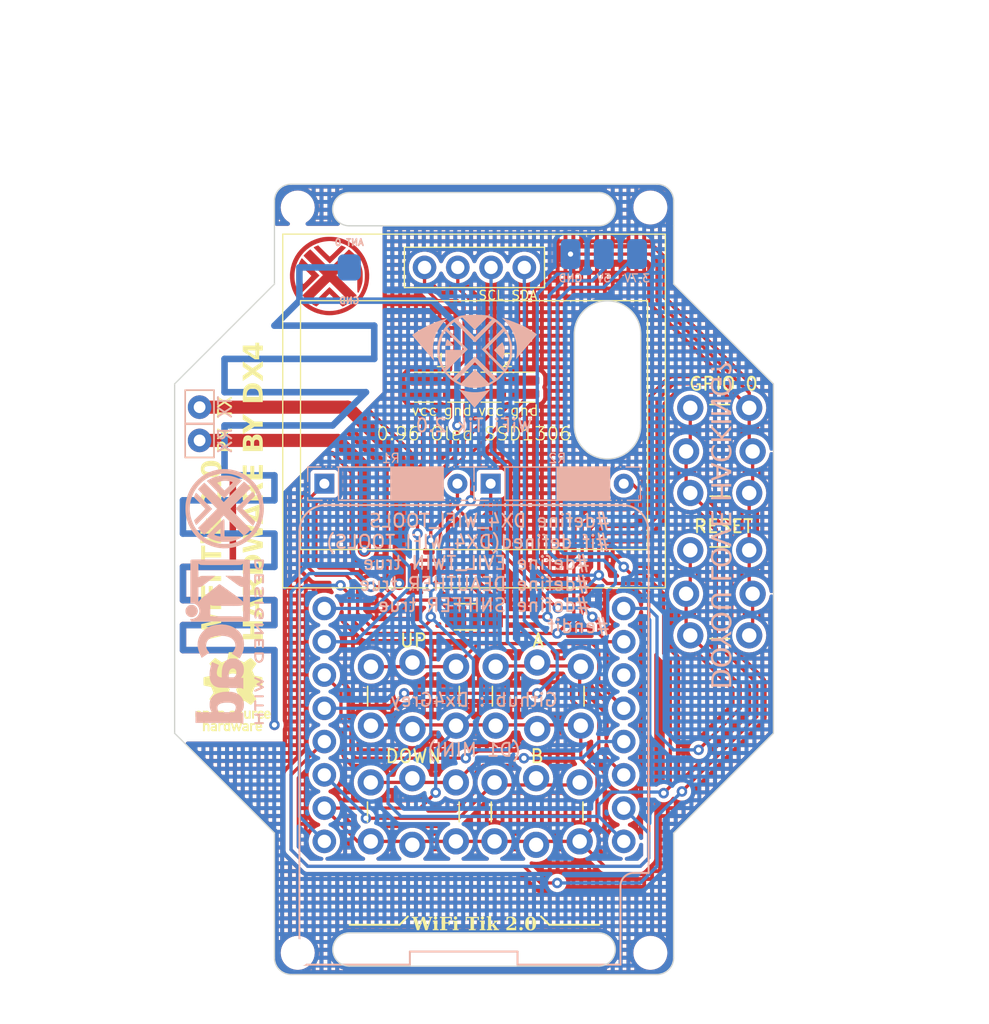
<source format=kicad_pcb>
(kicad_pcb (version 20221018) (generator pcbnew)
  (layers (0 "F.Cu" signal) (31 "B.Cu" signal) (34 "B.Paste" user) (35 "F.Paste" user) (36 "B.SilkS" user "B.Silkscreen") (37 "F.SilkS" user "F.Silkscreen") (38 "B.Mask" user) (39 "F.Mask" user) (44 "Edge.Cuts" user))
  (net 0 "")
  (net 1 "/GND")
  (net 2 "/VCC")
  (net 3 "/SCL")
  (net 4 "/SDA")
  (net 5 "/5V5")
  (net 6 "/UP")
  (net 7 "/A")
  (net 8 "/DOWN")
  (net 9 "/B")
  (net 10 "/BATLEVEL")
  (net 11 "/TX")
  (net 12 "/RX")
  (net 13 "/LED")
  (net 14 "/2")
  (net 15 "/1")
  (net 16 "/GPIO0")
  (net 17 "/RESET")
  (footprint "LED_SMD:LED_Cree-XQ_HandSoldering" (layer "F.Cu") (at 152.37 102.855)
    (fp_text reference "LED" hide)
    (fp_text value "LED_Cree-XQ_HandSoldering" hide)
  )
  (footprint "Symbol:OSHW-Logo_5.7x6mm_SilkScreen" (layer "F.Cu") (at 133.955 108.57)
    (fp_text reference "REF**" hide)
    (fp_text value "OSHW-Logo_5.7x6mm_SilkScreen" hide)
  )
  (footprint "WiFiTools:oled" (layer "F.Cu") (at 152.37 81.265)
    (fp_text reference "0.96 Oled SSD1306")
    (fp_text value "oled" hide)
  )
  (footprint "WiFiTools:SW_PUSH_6mm" (layer "F.Cu") (at 144.485 115.5)
    (fp_text reference "DOWN")
    (fp_text value "SW_PUSH_6mm")
  )
  (footprint "WiFiTools:OLED_CONNECTORS" (layer "F.Cu") (at 152.4 87.107)
    (fp_text reference "display socket" hide)
    (fp_text value "OLED_CONNECTORS")
  )
  (footprint "WiFiTools:logo" (layer "F.Cu") (at 141.335 76.835)
    (fp_text reference "G***" hide)
    (fp_text value "LOGO" hide)
  )
  (footprint "WiFiTools:SW_PUSH_6mm" (layer "F.Cu") (at 153.935 115.5)
    (fp_text reference "B")
    (fp_text value "SW_PUSH_6mm")
  )
  (footprint "MountingHole:MountingHole_2.1mm" (layer "F.Cu") (at 138.908 128.509)
    (fp_text reference "HOLE" hide)
    (fp_text value "MountingHole_2.1mm")
  )
  (footprint "MountingHole:MountingHole_2.1mm" (layer "F.Cu") (at 138.908 71.613)
    (fp_text reference "HOLE" hide)
    (fp_text value "MountingHole_2.1mm")
  )
  (footprint "MountingHole:MountingHole_2.1mm" (layer "F.Cu") (at 165.832 128.509)
    (fp_text reference "HOLE" hide)
    (fp_text value "MountingHole_2.1mm")
  )
  (footprint "WiFiTools:SW_PUSH_6mm" (layer "F.Cu") (at 168.88 93.405 90)
    (fp_text reference "GPIO 0")
    (fp_text value "SW_PUSH_6mm")
  )
  (footprint "WiFiTools:SW_PUSH_6mm" (layer "F.Cu") (at 154.021 106.665)
    (fp_text reference "A")
    (fp_text value "SW_PUSH_6mm")
  )
  (footprint "MountingHole:MountingHole_2.1mm" (layer "F.Cu") (at 165.832 71.613)
    (fp_text reference "HOLE" hide)
    (fp_text value "MountingHole_2.1mm")
  )
  (footprint "WiFiTools:SW_PUSH_6mm" (layer "F.Cu") (at 144.496 106.665)
    (fp_text reference "UP")
    (fp_text value "SW_PUSH_6mm")
  )
  (footprint "WiFiTools:SW_PUSH_6mm" (layer "F.Cu") (at 168.88 104.275 90)
    (fp_text reference "RESET")
    (fp_text value "SW_PUSH_6mm")
  )
  (footprint "Connector_Pin:Pin_D0.9mm_L10.0mm_W2.4mm_FlatFork" (layer "B.Cu") (at 131.415 89.393 -90)
    (fp_text reference "RX")
    (fp_text value "Pin_D0.9mm_L10.0mm_W2.4mm_FlatFork" hide)
  )
  (footprint "WiFiTools:Resistor" (layer "B.Cu") (at 158.72 92.695 180)
    (fp_text reference "R2")
    (fp_text value "Resistor")
  )
  (footprint "Connector_Pin:Pin_D0.9mm_L10.0mm_W2.4mm_FlatFork" (layer "B.Cu") (at 131.415 86.853 -90)
    (fp_text reference "TX")
    (fp_text value "Pin_D0.9mm_L10.0mm_W2.4mm_FlatFork" hide)
  )
  (footprint "Connector_Wire:SolderWirePad_1x01_SMD_1x2mm" (layer "B.Cu") (at 142.845 76.185 180)
    (fp_text reference "ANT 0")
    (fp_text value "SolderWirePad_1x01_SMD_1x2mm")
  )
  (footprint "WiFiTools:Power 5V" (layer "B.Cu") (at 161.006 74.169 180)
    (fp_text reference "Battery" hide)
    (fp_text value "Power 5V")
  )
  (footprint "WiFiTools:tools" (layer "B.Cu") (at 152.37 83.17 180)
    (fp_text reference "")
    (fp_text value "LOGO" hide)
  )
  (footprint "WiFiTools:logo" (layer "B.Cu") (at 133.32 94.6 -90)
    (fp_text reference "G***" hide)
    (fp_text value "LOGO" hide)
  )
  (footprint "WiFiTools:wemos-d1-mini-connectors-only" (layer "B.Cu") (at 152.37 111.11 90)
    (fp_text reference "(D1 MINI)")
    (fp_text value "Wemos-D1-mini" hide)
  )
  (footprint "WiFiTools:Resistor" (layer "B.Cu") (at 146.02 92.695 180)
    (fp_text reference "R1")
    (fp_text value "Resistor")
  )
  (footprint "Symbol:KiCad-Logo2_5mm_SilkScreen" (layer "B.Cu") (at 133.32 104.76 -90)
    (fp_text reference "REF**" hide)
    (fp_text value "KiCad-Logo2_5mm_SilkScreen" hide)
  )
  (gr_line (start 142.875 126.365) (end 146.685 126.365) (stroke (width 0.15)) (layer "F.SilkS"))
  (gr_line (start 146.685 126.365) (end 147.32 125.73) (stroke (width 0.15)) (layer "F.SilkS"))
  (gr_line (start 158.115 126.365) (end 157.48 125.73) (stroke (width 0.15)) (layer "F.SilkS"))
  (gr_line (start 161.925 126.365) (end 158.115 126.365) (stroke (width 0.15)) (layer "F.SilkS"))
  (gr_arc (start 138.4 130.16) (mid 137.501974 129.788026) (end 137.13 128.89) (stroke (width 0.1)) (layer "Edge.Cuts"))
  (gr_line (start 138.4 69.835) (end 166.34 69.835) (stroke (width 0.1)) (layer "Edge.Cuts"))
  (gr_line (start 175.23 85.075) (end 175.23 111.745) (stroke (width 0.1)) (layer "Edge.Cuts"))
  (gr_line (start 165.1 88.265) (end 165.1 81.28) (stroke (width 0.1)) (layer "Edge.Cuts"))
  (gr_line (start 175.23 111.745) (end 167.61 119.365) (stroke (width 0.1)) (layer "Edge.Cuts"))
  (gr_line (start 129.51 111.745) (end 137.13 119.365) (stroke (width 0.1)) (layer "Edge.Cuts"))
  (gr_line (start 167.61 77.455) (end 175.23 85.075) (stroke (width 0.1)) (layer "Edge.Cuts"))
  (gr_line (start 142.845 126.985) (end 161.895 126.985) (stroke (width 0.1)) (layer "Edge.Cuts"))
  (gr_arc (start 142.845 129.525) (mid 141.575 128.255) (end 142.845 126.985) (stroke (width 0.1)) (layer "Edge.Cuts"))
  (gr_line (start 129.51 85.075) (end 129.51 111.745) (stroke (width 0.1)) (layer "Edge.Cuts"))
  (gr_line (start 166.34 130.16) (end 138.4 130.16) (stroke (width 0.1)) (layer "Edge.Cuts"))
  (gr_line (start 137.13 77.455) (end 129.51 85.075) (stroke (width 0.1)) (layer "Edge.Cuts"))
  (gr_line (start 142.845 73.01) (end 161.895 73.01) (stroke (width 0.1)) (layer "Edge.Cuts"))
  (gr_line (start 167.61 119.365) (end 167.61 128.89) (stroke (width 0.1)) (layer "Edge.Cuts"))
  (gr_arc (start 166.34 69.835) (mid 167.238026 70.206974) (end 167.61 71.105) (stroke (width 0.1)) (layer "Edge.Cuts"))
  (gr_arc (start 165.1 88.265) (mid 162.56 90.805) (end 160.02 88.265) (stroke (width 0.1)) (layer "Edge.Cuts"))
  (gr_line (start 160.02 81.28) (end 160.02 88.265) (stroke (width 0.1)) (layer "Edge.Cuts"))
  (gr_arc (start 142.845 73.01) (mid 141.575 71.74) (end 142.845 70.47) (stroke (width 0.1)) (layer "Edge.Cuts"))
  (gr_arc (start 160.02 81.28) (mid 162.56 78.74) (end 165.1 81.28) (stroke (width 0.1)) (layer "Edge.Cuts"))
  (gr_arc (start 161.895 70.47) (mid 163.165 71.74) (end 161.895 73.01) (stroke (width 0.1)) (layer "Edge.Cuts"))
  (gr_arc (start 167.61 128.89) (mid 167.238026 129.788026) (end 166.34 130.16) (stroke (width 0.1)) (layer "Edge.Cuts"))
  (gr_arc (start 161.895 126.985) (mid 163.165 128.255) (end 161.895 129.525) (stroke (width 0.1)) (layer "Edge.Cuts"))
  (gr_line (start 167.61 71.105) (end 167.61 73.01) (stroke (width 0.1)) (layer "Edge.Cuts"))
  (gr_arc (start 137.13 71.105) (mid 137.501974 70.206974) (end 138.4 69.835) (stroke (width 0.1)) (layer "Edge.Cuts"))
  (gr_line (start 142.845 70.47) (end 161.895 70.47) (stroke (width 0.1)) (layer "Edge.Cuts"))
  (gr_line (start 137.13 71.105) (end 137.13 77.455) (stroke (width 0.1)) (layer "Edge.Cuts"))
  (gr_line (start 137.13 119.365) (end 137.13 128.89) (stroke (width 0.1)) (layer "Edge.Cuts"))
  (gr_line (start 167.61 73.01) (end 167.61 77.455) (stroke (width 0.1)) (layer "Edge.Cuts"))
  (gr_line (start 142.845 129.525) (end 161.895 129.525) (stroke (width 0.1)) (layer "Edge.Cuts"))
  (gr_text "#define DX4_WIFI_TOOLS\n#if defined(DX4_WIFI_TOOLS)\n  #define EVIL_TWIN true\n  #define DEAUTHER true\n  #define SNIFFER true\n#endif" (at 162.784 99.553) (layer "B.SilkS") (effects (font (size 1 1)) (justify left mirror)))
  (gr_text "Github : Dx4Grey" (at 152.37 109.205) (layer "B.SilkS") (effects (font (size 1 1)) (justify mirror)))
  (gr_text "GND" (at 142.845 78.725) (layer "B.SilkS") (effects (font (size 0.5 0.5) (thickness 0.125) bold) (justify mirror)))
  (gr_text "DOYOU LOVE HACKING?" (at 171.1025 95.87 -90) (layer "B.SilkS") (effects (font (size 1.5 1.5)) (justify mirror)))
  (gr_text "WiFi Tik 2.0" (at 152.37 88.25) (layer "B.SilkS") (effects (font (size 1 1)) (justify mirror)))
  (gr_text "WiFi Tik 2.0" (at 133.32 104.76 90) (layer "F.SilkS") (effects (font (size 1.5 1.5) (thickness 0.3) bold) (justify left bottom)))
  (gr_text "HARDWARE BY DX4" (at 136.495 104.76 90) (layer "F.SilkS") (effects (font (size 1.5 1.5) (thickness 0.3) bold) (justify left bottom)))
  (gr_text "WiFi Tik 2.0" (at 152.4 126.365) (layer "F.SilkS") (effects (font (size 1 1) (thickness 0.25) bold)))
  (segment (start 173.38 86.905) (end 173.38 89.9675) (width 0.25) (layer "F.Cu") (net 1))
  (segment (start 165.705 121.27) (end 165.07 121.905) (width 0.25) (layer "F.Cu") (net 1))
  (segment (start 133.955 99.045) (end 133.955 92.06) (width 0.5) (layer "F.Cu") (net 1))
  (segment (start 166.34 95.235) (end 166.34 86.345) (width 0.25) (layer "F.Cu") (net 1))
  (segment (start 137.13 101.585) (end 130.145 101.585) (width 0.5) (layer "F.Cu") (net 1))
  (segment (start 144.496 103.617) (end 148.56 103.617) (width 0.25) (layer "F.Cu") (net 1))
  (segment (start 173.6425 101.1) (end 173.6425 104.0125) (width 0.25) (layer "F.Cu") (net 1))
  (segment (start 143.48 100.569) (end 143.48 102.601) (width 0.25) (layer "F.Cu") (net 1))
  (segment (start 165.705 120.080016) (end 165.705 100.95) (width 0.25) (layer "F.Cu") (net 1))
  (segment (start 149.576 100.061) (end 152.624 100.061) (width 0.25) (layer "F.Cu") (net 1))
  (segment (start 160.435 120) (end 162.34 121.905) (width 0.25) (layer "F.Cu") (net 1))
  (segment (start 160.435 120) (end 161.76 118.675) (width 0.25) (layer "F.Cu") (net 1))
  (segment (start 173.6425 93.1425) (end 173.38 93.405) (width 0.25) (layer "F.Cu") (net 1))
  (segment (start 173.38 89.9675) (end 173.6425 90.23) (width 0.25) (layer "F.Cu") (net 1))
  (segment (start 152.187 93.894) (end 152.116 93.965) (width 0.25) (layer "F.Cu") (net 1))
  (segment (start 144.485 120) (end 150.985 120) (width 0.25) (layer "F.Cu") (net 1))
  (segment (start 149.068 103.109) (end 149.068 102.855) (width 0.25) (layer "F.Cu") (net 1))
  (segment (start 165.832 75.169) (end 166.34 75.677) (width 0.25) (layer "F.Cu") (net 1))
  (segment (start 151.13 85.837) (end 151.13 88.22) (width 0.25) (layer "F.Cu") (net 1))
  (segment (start 153.7675 101.2045) (end 153.7675 102.855) (width 0.25) (layer "F.Cu") (net 1))
  (segment (start 173.38 97.775) (end 173.38 100.8375) (width 0.25) (layer "F.Cu") (net 1))
  (segment (start 161.895 99.680002) (end 161.895 97.14) (width 0.25) (layer "F.Cu") (net 1))
  (segment (start 160.521 111.11) (end 147.66 111.11) (width 0.25) (layer "F.Cu") (net 1))
  (segment (start 173.38 100.8375) (end 173.6425 101.1) (width 0.25) (layer "F.Cu") (net 1))
  (segment (start 162.53 96.505) (end 165.07 96.505) (width 0.25) (layer "F.Cu") (net 1))
  (segment (start 151.13 88.22) (end 151.1 88.25) (width 0.25) (layer "F.Cu") (net 1))
  (segment (start 165.07 100.315) (end 162.529998 100.315) (width 0.25) (layer "F.Cu") (net 1))
  (segment (start 173.38 85.765) (end 173.38 86.905) (width 0.25) (layer "F.Cu") (net 1))
  (segment (start 152.624 100.061) (end 153.7675 101.2045) (width 0.25) (layer "F.Cu") (net 1))
  (segment (start 165.705 100.95) (end 165.07 100.315) (width 0.25) (layer "F.Cu") (net 1))
  (segment (start 140.305 99.68) (end 142.591 99.68) (width 0.25) (layer "F.Cu") (net 1))
  (segment (start 140.94 92.695) (end 139.67 93.965) (width 0.25) (layer "F.Cu") (net 1))
  (segment (start 151.1 90.409) (end 151.1 88.25) (width 0.25) (layer "F.Cu") (net 1))
  (segment (start 162.529998 100.315) (end 161.895 99.680002) (width 0.25) (layer "F.Cu") (net 1))
  (segment (start 142.591 99.68) (end 143.48 100.569) (width 0.25) (layer "F.Cu") (net 1))
  (segment (start 159.736 75.169) (end 165.832 75.169) (width 0.25) (layer "F.Cu") (net 1))
  (segment (start 152.187 90.338) (end 152.187 93.894) (width 0.25) (layer "F.Cu") (net 1))
  (segment (start 130.145 103.49) (end 137.13 103.49) (width 0.5) (layer "F.Cu") (net 1))
  (segment (start 130.145 101.585) (end 130.145 99.045) (width 0.5) (layer "F.Cu") (net 1))
  (segment (start 143.48 120) (end 144.485 120) (width 0.25) (layer "F.Cu") (net 1))
  (segment (start 161.895 97.14) (end 162.53 96.505) (width 0.25) (layer "F.Cu") (net 1))
  (segment (start 148.254864 117.46) (end 149.439864 116.275) (width 0.25) (layer "F.Cu") (net 1))
  (segment (start 162.34 121.905) (end 165.07 121.905) (width 0.25) (layer "F.Cu") (net 1))
  (segment (start 160.521 113.712167) (end 160.521 111.11) (width 0.25) (layer "F.Cu") (net 1))
  (segment (start 165.07 96.505) (end 166.34 95.235) (width 0.25) (layer "F.Cu") (net 1))
  (segment (start 173.6425 90.23) (end 173.6425 93.1425) (width 0.25) (layer "F.Cu") (net 1))
  (segment (start 139.67 93.965) (end 139.67 99.045) (width 0.25) (layer "F.Cu") (net 1))
  (segment (start 140.94 117.46) (end 143.48 120) (width 0.25) (layer "F.Cu") (net 1))
  (segment (start 137.13 111.11) (end 137.13 105.395) (width 0.5) (layer "F.Cu") (net 1))
  (segment (start 173.6425 104.0125) (end 173.38 104.275) (width 0.25) (layer "F.Cu") (net 1))
  (segment (start 161.76 114.951167) (end 160.521 113.712167) (width 0.25) (layer "F.Cu") (net 1))
  (segment (start 137.13 103.49) (end 137.13 101.585) (width 0.5) (layer "F.Cu") (net 1))
  (segment (start 139.67 99.045) (end 140.305 99.68) (width 0.25) (layer "F.Cu") (net 1))
  (segment (start 153.7675 102.855) (end 157.971 102.855) (width 0.25) (layer "F.Cu") (net 1))
  (segment (start 171.55 85.075) (end 173.38 86.905) (width 0.25) (layer "F.Cu") (net 1))
  (segment (start 173.38 93.405) (end 173.38 97.775) (width 0.25) (layer "F.Cu") (net 1))
  (segment (start 149.068 92.441) (end 151.1 90.409) (width 0.25) (layer "F.Cu") (net 1))
  (segment (start 150.985 120) (end 153.935 120) (width 0.25) (layer "F.Cu") (net 1))
  (segment (start 166.34 86.345) (end 167.61 85.075) (width 0.25) (layer "F.Cu") (net 1))
  (segment (start 130.145 99.045) (end 133.955 99.045) (width 0.5) (layer "F.Cu") (net 1))
  (segment (start 167.61 85.075) (end 171.55 85.075) (width 0.25) (layer "F.Cu") (net 1))
  (segment (start 149.068 100.569) (end 149.576 100.061) (width 0.25) (layer "F.Cu") (net 1))
  (segment (start 130.145 105.395) (end 130.145 103.49) (width 0.5) (layer "F.Cu") (net 1))
  (segment (start 137.13 105.395) (end 130.145 105.395) (width 0.5) (layer "F.Cu") (net 1))
  (segment (start 153.935 120) (end 158.085 120) (width 0.25) (layer "F.Cu") (net 1))
  (segment (start 161.76 118.675) (end 161.76 114.951167) (width 0.25) (layer "F.Cu") (net 1))
  (segment (start 143.48 102.601) (end 144.496 103.617) (width 0.25) (layer "F.Cu") (net 1))
  (segment (start 156.21 85.837) (end 156.21 86.315) (width 0.25) (layer "F.Cu") (net 1))
  (segment (start 166.34 78.725) (end 173.38 85.765) (width 0.25) (layer "F.Cu") (net 1))
  (segment (start 158.085 120) (end 160.435 120) (width 0.25) (layer "F.Cu") (net 1))
  (segment (start 165.705 120.080016) (end 165.705 121.27) (width 0.25) (layer "F.Cu") (net 1))
  (segment (start 156.21 86.315) (end 152.187 90.338) (width 0.25) (layer "F.Cu") (net 1))
  (segment (start 148.56 103.617) (end 149.068 103.109) (width 0.25) (layer "F.Cu") (net 1))
  (segment (start 166.34 75.677) (end 166.34 78.725) (width 0.25) (layer "F.Cu") (net 1))
  (segment (start 149.068 97.013) (end 149.068 92.441) (width 0.25) (layer "F.Cu") (net 1))
  (segment (start 144.485 111.11) (end 146.805907 111.11) (width 0.25) (layer "F.Cu") (net 1))
  (segment (start 140.94 117.46) (end 148.254864 117.46) (width 0.25) (layer "F.Cu") (net 1))
  (via (at 149.068 97.013) (size 0.8) (drill 0.4) (layers "F.Cu" "B.Cu") (net 1))
  (via (at 151.1 88.25) (size 0.8) (drill 0.4) (layers "F.Cu" "B.Cu") (net 1))
  (via (at 149.439864 116.275) (size 0.8) (drill 0.4) (layers "F.Cu" "B.Cu") (net 1))
  (via (at 157.971 102.855) (size 0.8) (drill 0.4) (layers "F.Cu" "B.Cu") (net 1))
  (via (at 149.068 100.569) (size 0.8) (drill 0.4) (layers "F.Cu" "B.Cu") (net 1))
  (via (at 137.13 111.11) (size 0.8) (drill 0.4) (layers "F.Cu" "B.Cu") (net 1))
  (via (at 152.116 93.965) (size 0.8) (drill 0.4) (layers "F.Cu" "B.Cu") (net 1))
  (via (at 149.068 102.855) (size 0.8) (drill 0.4) (layers "F.Cu" "B.Cu") (net 1))
  (via (at 159.736 75.169) (size 0.8) (drill 0.4) (layers "F.Cu" "B.Cu") (net 1))
  (via (at 161.895 99.680002) (size 0.8) (drill 0.4) (layers "F.Cu" "B.Cu") (net 1))
  (segment (start 160.625002 100.95) (end 158.085 100.95) (width 0.25) (layer "B.Cu") (net 1))
  (segment (start 144.115 85.71) (end 141.575 88.25) (width 0.5) (layer "B.Cu") (net 1))
  (segment (start 157.196 78.217) (end 157.196 85.837) (width 0.25) (layer "B.Cu") (net 1))
  (segment (start 137.13 96.505) (end 137.13 99.045) (width 0.5) (layer "B.Cu") (net 1))
  (segment (start 137.13 93.965) (end 130.145 93.965) (width 0.5) (layer "B.Cu") (net 1))
  (segment (start 137.13 80.63) (end 144.75 80.63) (width 0.5) (layer "B.Cu") (net 1))
  (segment (start 144.75 80.63) (end 144.75 83.17) (width 0.5) (layer "B.Cu") (net 1))
  (segment (start 161.895 99.680002) (end 160.625002 100.95) (width 0.25) (layer "B.Cu") (net 1))
  (segment (start 158.085 100.95) (end 157.971 101.064) (width 0.25) (layer "B.Cu") (net 1))
  (segment (start 139.035 76.185) (end 142.845 76.185) (width 0.5) (layer "B.Cu") (net 1))
  (segment (start 130.145 96.505) (end 137.13 96.505) (width 0.5) (layer "B.Cu") (net 1))
  (segment (start 137.13 101.585) (end 137.13 103.49) (width 0.5) (layer "B.Cu") (net 1))
  (segment (start 152.321 106.116167) (end 149.068 102.863167) (width 0.25) (layer "B.Cu") (net 1))
  (segment (start 149.195 78.725) (end 139.035 78.725) (width 0.5) (layer "B.Cu") (net 1))
  (segment (start 141.575 88.25) (end 133.32 88.25) (width 0.5) (layer "B.Cu") (net 1))
  (segment (start 159.736 75.169) (end 159.736 76.693) (width 0.25) (layer "B.Cu") (net 1))
  (segment (start 149.439864 113.025532) (end 152.321 110.144396) (width 0.25) (layer "B.Cu") (net 1))
  (segment (start 157.971 101.064) (end 157.971 102.855) (width 0.25) (layer "B.Cu") (net 1))
  (segment (start 157.196 98.537) (end 158.339 99.68) (width 0.25) (layer "B.Cu") (net 1))
  (segment (start 158.72 76.693) (end 157.196 78.217) (width 0.25) (layer "B.Cu") (net 1))
  (segment (start 133.32 83.17) (end 133.32 85.71) (width 0.5) (layer "B.Cu") (net 1))
  (segment (start 149.068 102.863167) (end 149.068 97.013) (width 0.25) (layer "B.Cu") (net 1))
  (segment (start 159.736 76.693) (end 158.72 76.693) (width 0.25) (layer "B.Cu") (net 1))
  (segment (start 157.196 85.837) (end 157.196 98.537) (width 0.25) (layer "B.Cu") (net 1))
  (segment (start 139.035 78.725) (end 137.13 80.63) (width 0.5) (layer "B.Cu") (net 1))
  (segment (start 133.32 88.25) (end 133.32 92.06) (width 0.5) (layer "B.Cu") (net 1))
  (segment (start 139.035 78.725) (end 139.035 76.185) (width 0.5) (layer "B.Cu") (net 1))
  (segment (start 130.145 105.395) (end 137.13 105.395) (width 0.5) (layer "B.Cu") (net 1))
  (segment (start 151.1 88.25) (end 151.1 80.63) (width 0.5) (layer "B.Cu") (net 1))
  (segment (start 158.339 99.68) (end 161.895 99.68) (width 0.25) (layer "B.Cu") (net 1))
  (segment (start 137.13 105.395) (end 137.13 111.11) (width 0.5) (layer "B.Cu") (net 1))
  (segment (start 133.32 85.71) (end 144.115 85.71) (width 0.5) (layer "B.Cu") (net 1))
  (segment (start 130.145 93.965) (end 130.145 96.505) (width 0.5) (layer "B.Cu") (net 1))
  (segment (start 149.068 97.013) (end 152.116 93.965) (width 0.25) (layer "B.Cu") (net 1))
  (segment (start 133.32 83.17) (end 144.75 83.17) (width 0.5) (layer "B.Cu") (net 1))
  (segment (start 130.145 103.49) (end 130.145 105.395) (width 0.5) (layer "B.Cu") (net 1))
  (segment (start 137.13 99.045) (end 130.145 99.045) (width 0.5) (layer "B.Cu") (net 1))
  (segment (start 137.13 103.49) (end 130.145 103.49) (width 0.5) (layer "B.Cu") (net 1))
  (segment (start 133.32 92.06) (end 137.13 92.06) (width 0.5) (layer "B.Cu") (net 1))
  (segment (start 151.1 80.63) (end 149.195 78.725) (width 0.5) (layer "B.Cu") (net 1))
  (segment (start 130.145 99.045) (end 130.145 101.585) (width 0.5) (layer "B.Cu") (net 1))
  (segment (start 149.439864 116.275) (end 149.439864 113.025532) (width 0.25) (layer "B.Cu") (net 1))
  (segment (start 130.145 101.585) (end 137.13 101.585) (width 0.5) (layer "B.Cu") (net 1))
  (segment (start 152.321 110.144396) (end 152.321 106.116167) (width 0.25) (layer "B.Cu") (net 1))
  (segment (start 149.068 102.855) (end 149.068 100.569) (width 0.25) (layer "B.Cu") (net 1))
  (segment (start 137.13 92.06) (end 137.13 93.965) (width 0.5) (layer "B.Cu") (net 1))
  (segment (start 148.052 98.537) (end 149.793 98.537) (width 0.25) (layer "F.Cu") (net 2))
  (segment (start 165.324 99.553) (end 166.848 101.077) (width 0.25) (layer "F.Cu") (net 2))
  (segment (start 166.848 105.649) (end 167.356 106.157) (width 0.25) (layer "F.Cu") (net 2))
  (segment (start 148.052 96.505) (end 148.052 98.537) (width 0.25) (layer "F.Cu") (net 2))
  (segment (start 149.068 87.473) (end 148.59 86.995) (width 0.25) (layer "F.Cu") (net 2))
  (segment (start 153.67 87.331) (end 153.67 85.837) (width 0.25) (layer "F.Cu") (net 2))
  (segment (start 148.59 86.995) (end 148.59 85.837) (width 0.25) (layer "F.Cu") (net 2))
  (segment (start 164.308 99.553) (end 165.324 99.553) (width 0.25) (layer "F.Cu") (net 2))
  (segment (start 167.356 115.809) (end 166.848 116.317) (width 0.25) (layer "F.Cu") (net 2))
  (segment (start 151.608 89.393) (end 153.67 87.331) (width 0.25) (layer "F.Cu") (net 2))
  (segment (start 163.8 99.045) (end 164.308 99.553) (width 0.25) (layer "F.Cu") (net 2))
  (segment (start 166.848 101.077) (end 166.848 105.649) (width 0.25) (layer "F.Cu") (net 2))
  (segment (start 149.793 98.537) (end 149.793 92.464749) (width 0.25) (layer "F.Cu") (net 2))
  (segment (start 151.608 90.649749) (end 151.608 89.393) (width 0.25) (layer "F.Cu") (net 2))
  (segment (start 149.793 92.464749) (end 151.608 90.649749) (width 0.25) (layer "F.Cu") (net 2))
  (segment (start 167.356 106.157) (end 167.356 115.809) (width 0.25) (layer "F.Cu") (net 2))
  (segment (start 149.068 91.425) (end 149.068 87.473) (width 0.25) (layer "F.Cu") (net 2))
  (segment (start 148.052 92.441) (end 149.068 91.425) (width 0.25) (layer "F.Cu") (net 2))
  (segment (start 148.052 96.505) (end 148.052 92.441) (width 0.25) (layer "F.Cu") (net 2))
  (via (at 166.848 116.317) (size 0.8) (drill 0.4) (layers "F.Cu" "B.Cu") (net 2))
  (via (at 163.8 99.045) (size 0.8) (drill 0.4) (layers "F.Cu" "B.Cu") (net 2))
  (via (at 148.052 96.505) (size 0.8) (drill 0.4) (layers "F.Cu" "B.Cu") (net 2))
  (segment (start 159.228 98.029) (end 162.784 98.029) (width 0.25) (layer "B.Cu") (net 2))
  (segment (start 148.219833 112.7525) (end 148.0605 112.7525) (width 0.25) (layer "B.Cu") (net 2))
  (segment (start 145.81 117.123) (end 146.782 118.095) (width 0.25) (layer "B.Cu") (net 2))
  (segment (start 162.866 116.235) (end 166.766 116.235) (width 0.25) (layer "B.Cu") (net 2))
  (segment (start 161.895 118.095) (end 161.895 117.206) (width 0.25) (layer "B.Cu") (net 2))
  (segment (start 158.72 97.521) (end 159.228 98.029) (width 0.25) (layer "B.Cu") (net 2))
  (segment (start 145.81 115.003) (end 145.81 117.123) (width 0.25) (layer "B.Cu") (net 2))
  (segment (start 148.293 99.286) (end 148.293 103.176016) (width 0.25) (layer "B.Cu") (net 2))
  (segment (start 148.0605 112.7525) (end 145.81 115.003) (width 0.25) (layer "B.Cu") (net 2))
  (segment (start 149.068 111.904333) (end 148.219833 112.7525) (width 0.25) (layer "B.Cu") (net 2))
  (segment (start 164.816 75.169) (end 162.276 77.709) (width 0.25) (layer "B.Cu") (net 2))
  (segment (start 146.782 118.095) (end 161.895 118.095) (width 0.25) (layer "B.Cu") (net 2))
  (segment (start 161.895 117.206) (end 162.866 116.235) (width 0.25) (layer "B.Cu") (net 2))
  (segment (start 158.72 78.725) (end 158.72 97.521) (width 0.25) (layer "B.Cu") (net 2))
  (segment (start 159.736 77.709) (end 158.72 78.725) (width 0.25) (layer "B.Cu") (net 2))
  (segment (start 149.068 103.951016) (end 149.068 111.904333) (width 0.25) (layer "B.Cu") (net 2))
  (segment (start 148.293 103.176016) (end 149.068 103.951016) (width 0.25) (layer "B.Cu") (net 2))
  (segment (start 162.784 98.029) (end 163.8 99.045) (width 0.25) (layer "B.Cu") (net 2))
  (segment (start 148.052 99.045) (end 148.293 99.286) (width 0.25) (layer "B.Cu") (net 2))
  (segment (start 148.052 99.045) (end 148.052 96.505) (width 0.25) (layer "B.Cu") (net 2))
  (segment (start 162.276 77.709) (end 159.736 77.709) (width 0.25) (layer "B.Cu") (net 2))
  (segment (start 161.895 118.095) (end 163.8 120) (width 0.25) (layer "B.Cu") (net 2))
  (segment (start 166.766 116.235) (end 166.848 116.317) (width 0.25) (layer "B.Cu") (net 2))
  (segment (start 142.21 110.752833) (end 142.21 108.57) (width 0.25) (layer "F.Cu") (net 3))
  (segment (start 142.972 111.514833) (end 142.21 110.752833) (width 0.25) (layer "F.Cu") (net 3))
  (segment (start 143.353 113.65) (end 142.972 113.269) (width 0.25) (layer "F.Cu") (net 3))
  (segment (start 142.972 113.269) (end 142.972 111.514833) (width 0.25) (layer "F.Cu") (net 3))
  (segment (start 151.735 113.65) (end 143.353 113.65) (width 0.25) (layer "F.Cu") (net 3))
  (segment (start 142.21 108.57) (end 140.94 107.3) (width 0.25) (layer "F.Cu") (net 3))
  (via (at 151.735 113.65) (size 0.8) (drill 0.4) (layers "F.Cu" "B.Cu") (net 3))
  (segment (start 153.67 76.185) (end 153.67 90.185) (width 0.25) (layer "B.Cu") (net 3))
  (segment (start 154.91 104.76) (end 155.545 105.395) (width 0.25) (layer "B.Cu") (net 3))
  (segment (start 154.91 113.015) (end 152.37 113.015) (width 0.25) (layer "B.Cu") (net 3))
  (segment (start 152.37 113.015) (end 151.735 113.65) (width 0.25) (layer "B.Cu") (net 3))
  (segment (start 154.91 91.425) (end 154.91 104.76) (width 0.25) (layer "B.Cu") (net 3))
  (segment (start 155.545 112.38) (end 154.91 113.015) (width 0.25) (layer "B.Cu") (net 3))
  (segment (start 155.545 105.395) (end 155.545 112.38) (width 0.25) (layer "B.Cu") (net 3))
  (segment (start 153.67 90.185) (end 154.91 91.425) (width 0.25) (layer "B.Cu") (net 3))
  (segment (start 157.196 108.697) (end 147.036 108.697) (width 0.25) (layer "F.Cu") (net 4))
  (via (at 147.036 108.697) (size 0.8) (drill 0.4) (layers "F.Cu" "B.Cu") (net 4))
  (via (at 157.196 108.697) (size 0.8) (drill 0.4) (layers "F.Cu" "B.Cu") (net 4))
  (segment (start 140.94 109.84) (end 145.893 109.84) (width 0.25) (layer "B.Cu") (net 4))
  (segment (start 156.21 76.185) (end 156.21 103.139) (width 0.25) (layer "B.Cu") (net 4))
  (segment (start 156.21 103.139) (end 158.72 105.649) (width 0.25) (layer "B.Cu") (net 4))
  (segment (start 145.893 109.84) (end 147.036 108.697) (width 0.25) (layer "B.Cu") (net 4))
  (segment (start 158.72 107.173) (end 157.196 108.697) (width 0.25) (layer "B.Cu") (net 4))
  (segment (start 158.72 105.649) (end 158.72 107.173) (width 0.25) (layer "B.Cu") (net 4))
  (segment (start 159.99 102.854988) (end 159.99 99.045) (width 0.25) (layer "F.Cu") (net 5))
  (segment (start 160.625 95.87) (end 161.26 95.235) (width 0.25) (layer "F.Cu") (net 5))
  (segment (start 142.845 101.130008) (end 142.169992 100.455) (width 0.25) (layer "F.Cu") (net 5))
  (segment (start 158.72 104.124988) (end 144.114988 104.124988) (width 0.25) (layer "F.Cu") (net 5))
  (segment (start 142.845 102.855) (end 142.845 101.130008) (width 0.25) (layer "F.Cu") (net 5))
  (segment (start 165.07 93.33) (end 164.435 92.695) (width 0.25) (layer "F.Cu") (net 5))
  (segment (start 159.99 99.045) (end 160.625 98.41) (width 0.25) (layer "F.Cu") (net 5))
  (segment (start 164.435 92.695) (end 163.8 92.695) (width 0.25) (layer "F.Cu") (net 5))
  (segment (start 160.625 98.41) (end 160.625 95.87) (width 0.25) (layer "F.Cu") (net 5))
  (segment (start 144.114988 104.124988) (end 142.845 102.855) (width 0.25) (layer "F.Cu") (net 5))
  (segment (start 165.07 94.6) (end 165.07 93.33) (width 0.25) (layer "F.Cu") (net 5))
  (segment (start 164.435 95.235) (end 165.07 94.6) (width 0.25) (layer "F.Cu") (net 5))
  (segment (start 158.72 104.124988) (end 159.99 102.854988) (width 0.25) (layer "F.Cu") (net 5))
  (segment (start 161.26 95.235) (end 164.435 95.235) (width 0.25) (layer "F.Cu") (net 5))
  (via (at 158.72 104.124988) (size 0.8) (drill 0.4) (layers "F.Cu" "B.Cu") (net 5))
  (via (at 142.169992 100.455) (size 0.8) (drill 0.4) (layers "F.Cu" "B.Cu") (net 5))
  (segment (start 162.575 103.445) (end 162.575 100.905) (width 0.25) (layer "B.Cu") (net 5))
  (segment (start 158.096 78.333) (end 159.228 77.201) (width 0.25) (layer "B.Cu") (net 5))
  (segment (start 140.94 120) (end 139.035 118.095) (width 0.25) (layer "B.Cu") (net 5))
  (segment (start 139.035 118.095) (end 139.035 100.95) (width 0.25) (layer "B.Cu") (net 5))
  (segment (start 139.53 100.455) (end 142.169992 100.455) (width 0.25) (layer "B.Cu") (net 5))
  (segment (start 161.895 104.125) (end 162.575 103.445) (width 0.25) (layer "B.Cu") (net 5))
  (segment (start 162.276 98.537) (end 158.72 98.537) (width 0.25) (layer "B.Cu") (net 5))
  (segment (start 163.165 100.315) (end 163.165 99.426) (width 0.25) (layer "B.Cu") (net 5))
  (segment (start 162.276 76.312) (end 162.276 75.169) (width 0.25) (layer "B.Cu") (net 5))
  (segment (start 158.72 104.125) (end 161.895 104.125) (width 0.25) (layer "B.Cu") (net 5))
  (segment (start 163.165 99.426) (end 162.276 98.537) (width 0.25) (layer "B.Cu") (net 5))
  (segment (start 139.035 100.95) (end 139.53 100.455) (width 0.25) (layer "B.Cu") (net 5))
  (segment (start 161.387 77.201) (end 162.276 76.312) (width 0.25) (layer "B.Cu") (net 5))
  (segment (start 158.096 97.913) (end 158.096 78.333) (width 0.25) (layer "B.Cu") (net 5))
  (segment (start 158.72 98.537) (end 158.096 97.913) (width 0.25) (layer "B.Cu") (net 5))
  (segment (start 159.228 77.201) (end 161.387 77.201) (width 0.25) (layer "B.Cu") (net 5))
  (segment (start 162.575 100.905) (end 163.165 100.315) (width 0.25) (layer "B.Cu") (net 5))
  (segment (start 161.895 107.935) (end 163.8 109.84) (width 0.25) (layer "F.Cu") (net 6))
  (segment (start 161.400002 104.900002) (end 161.895 105.395) (width 0.25) (layer "F.Cu") (net 6))
  (segment (start 152.694998 104.900002) (end 161.400002 104.900002) (width 0.25) (layer "F.Cu") (net 6))
  (segment (start 144.485 106.61) (end 144.54 106.665) (width 0.25) (layer "F.Cu") (net 6))
  (segment (start 161.895 105.395) (end 161.895 107.935) (width 0.25) (layer "F.Cu") (net 6))
  (segment (start 144.54 106.665) (end 150.93 106.665) (width 0.25) (layer "F.Cu") (net 6))
  (segment (start 150.93 106.665) (end 152.694998 104.900002) (width 0.25) (layer "F.Cu") (net 6))
  (segment (start 161.895 110.475) (end 161.895 113.015) (width 0.25) (layer "F.Cu") (net 7))
  (segment (start 161.895 113.015) (end 163.8 114.92) (width 0.25) (layer "F.Cu") (net 7))
  (segment (start 160.435 109.015) (end 161.895 110.475) (width 0.25) (layer "F.Cu") (net 7))
  (segment (start 153.935 106.61) (end 160.435 106.61) (width 0.25) (layer "F.Cu") (net 7))
  (segment (start 160.435 106.61) (end 160.435 109.015) (width 0.25) (layer "F.Cu") (net 7))
  (segment (start 150.985 115.5) (end 152.835 113.65) (width 0.25) (layer "F.Cu") (net 8))
  (segment (start 144.485 115.5) (end 150.985 115.5) (width 0.25) (layer "F.Cu") (net 8))
  (segment (start 152.835 113.65) (end 153.64 113.65) (width 0.25) (layer "F.Cu") (net 8))
  (segment (start 153.64 113.65) (end 156.18 113.65) (width 0.25) (layer "F.Cu") (net 8))
  (via (at 156.18 113.65) (size 0.8) (drill 0.4) (layers "F.Cu" "B.Cu") (net 8))
  (segment (start 160.625 113.65) (end 161.895 112.38) (width 0.25) (layer "B.Cu") (net 8))
  (segment (start 156.18 113.65) (end 160.625 113.65) (width 0.25) (layer "B.Cu") (net 8))
  (segment (start 161.895 112.38) (end 163.8 112.38) (width 0.25) (layer "B.Cu") (net 8))
  (segment (start 151.2 118.235) (end 144.115 118.235) (width 0.25) (layer "F.Cu") (net 9))
  (segment (start 160.24 115.695) (end 160.435 115.5) (width 0.25) (layer "F.Cu") (net 9))
  (segment (start 153.935 115.5) (end 154.13 115.695) (width 0.25) (layer "F.Cu") (net 9))
  (segment (start 153.935 115.5) (end 151.2 118.235) (width 0.25) (layer "F.Cu") (net 9))
  (segment (start 154.13 115.695) (end 160.24 115.695) (width 0.25) (layer "F.Cu") (net 9))
  (via (at 144.115 118.235) (size 0.8) (drill 0.4) (layers "F.Cu" "B.Cu") (net 9))
  (segment (start 144.115 118.095) (end 144.115 118.235) (width 0.25) (layer "B.Cu") (net 9))
  (segment (start 140.94 114.92) (end 144.115 118.095) (width 0.25) (layer "B.Cu") (net 9))
  (segment (start 161.895 103.35) (end 161.895 104.125) (width 0.25) (layer "F.Cu") (net 10))
  (segment (start 153.64 94.6) (end 153.64 92.695) (width 0.25) (layer "F.Cu") (net 10))
  (segment (start 151.1 92.695) (end 151.1 94.6) (width 0.25) (layer "F.Cu") (net 10))
  (segment (start 162.53 104.76) (end 163.8 104.76) (width 0.25) (layer "F.Cu") (net 10))
  (segment (start 158.675993 102.175993) (end 158.771908 102.175993) (width 0.25) (layer "F.Cu") (net 10))
  (segment (start 153.64 94.6) (end 153.64 97.14) (width 0.25) (layer "F.Cu") (net 10))
  (segment (start 153.005 95.235) (end 153.64 94.6) (width 0.25) (layer "F.Cu") (net 10))
  (segment (start 161.4 102.855) (end 161.895 103.35) (width 0.25) (layer "F.Cu") (net 10))
  (segment (start 153.64 97.14) (end 158.675993 102.175993) (width 0.25) (layer "F.Cu") (net 10))
  (segment (start 161.895 104.125) (end 162.53 104.76) (width 0.25) (layer "F.Cu") (net 10))
  (segment (start 151.1 94.6) (end 151.735 95.235) (width 0.25) (layer "F.Cu") (net 10))
  (segment (start 151.735 95.235) (end 153.005 95.235) (width 0.25) (layer "F.Cu") (net 10))
  (via (at 161.4 102.855) (size 0.8) (drill 0.4) (layers "F.Cu" "B.Cu") (net 10))
  (via (at 158.771908 102.175993) (size 0.8) (drill 0.4) (layers "F.Cu" "B.Cu") (net 10))
  (segment (start 161.4 102.855) (end 160.720993 102.175993) (width 0.25) (layer "B.Cu") (net 10))
  (segment (start 160.720993 102.175993) (end 158.771908 102.175993) (width 0.25) (layer "B.Cu") (net 10))
  (segment (start 146.655 90.79) (end 146.655 100.315) (width 1) (layer "F.Cu") (net 11))
  (segment (start 142.718 86.853) (end 146.655 90.79) (width 1) (layer "F.Cu") (net 11))
  (segment (start 131.415 86.853) (end 142.718 86.853) (width 1) (layer "F.Cu") (net 11))
  (via (at 146.655 100.315) (size 0.8) (drill 0.4) (layers "F.Cu" "B.Cu") (net 11))
  (segment (start 140.94 102.22) (end 144.75 102.22) (width 0.25) (layer "B.Cu") (net 11))
  (segment (start 144.75 102.22) (end 146.655 100.315) (width 0.25) (layer "B.Cu") (net 11))
  (segment (start 141.956 89.393) (end 131.415 89.393) (width 1) (layer "F.Cu") (net 12))
  (segment (start 143.988 97.775) (end 143.988 91.425) (width 1) (layer "F.Cu") (net 12))
  (segment (start 143.988 91.425) (end 141.956 89.393) (width 1) (layer "F.Cu") (net 12))
  (via (at 143.987988 97.775) (size 0.8) (drill 0.4) (layers "F.Cu" "B.Cu") (net 12))
  (segment (start 147.43 100.636016) (end 147.43 99.045) (width 0.25) (layer "B.Cu") (net 12))
  (segment (start 147.43 99.045) (end 146.16 97.775) (width 0.25) (layer "B.Cu") (net 12))
  (segment (start 146.16 97.775) (end 143.987988 97.775) (width 0.25) (layer "B.Cu") (net 12))
  (segment (start 140.94 104.76) (end 143.306016 104.76) (width 0.25) (layer "B.Cu") (net 12))
  (segment (start 143.306016 104.76) (end 147.43 100.636016) (width 0.25) (layer "B.Cu") (net 12))
  (segment (start 145.512 100.569) (end 144.496 100.569) (width 0.25) (layer "F.Cu") (net 13))
  (segment (start 149.7025 101.585) (end 146.528 101.585) (width 0.25) (layer "F.Cu") (net 13))
  (segment (start 150.9725 102.855) (end 149.7025 101.585) (width 0.25) (layer "F.Cu") (net 13))
  (segment (start 146.528 101.585) (end 145.512 100.569) (width 0.25) (layer "F.Cu") (net 13))
  (via (at 144.496 100.569) (size 0.8) (drill 0.4) (layers "F.Cu" "B.Cu") (net 13))
  (segment (start 143.48 99.553) (end 144.496 100.569) (width 0.25) (layer "B.Cu") (net 13))
  (segment (start 142.464 99.553) (end 143.48 99.553) (width 0.25) (layer "B.Cu") (net 13))
  (segment (start 138.4 120.635) (end 139.67 121.905) (width 0.25) (layer "B.Cu") (net 13))
  (segment (start 165.07 121.905) (end 165.705 121.27) (width 0.25) (layer "B.Cu") (net 13))
  (segment (start 138.4 100.95) (end 138.4 120.635) (width 0.25) (layer "B.Cu") (net 13))
  (segment (start 139.797 99.553) (end 138.4 100.95) (width 0.25) (layer "B.Cu") (net 13))
  (segment (start 165.705 121.27) (end 165.705 119.365) (width 0.25) (layer "B.Cu") (net 13))
  (segment (start 165.705 119.365) (end 163.8 117.46) (width 0.25) (layer "B.Cu") (net 13))
  (segment (start 139.67 121.905) (end 165.07 121.905) (width 0.25) (layer "B.Cu") (net 13))
  (segment (start 142.464 99.553) (end 139.797 99.553) (width 0.25) (layer "B.Cu") (net 13))
  (segment (start 151.13 77.739) (end 152.116 78.725) (width 0.25) (layer "F.Cu") (net 14))
  (segment (start 152.116 78.725) (end 152.116 83.267) (width 0.25) (layer "F.Cu") (net 14))
  (segment (start 151.13 76.185) (end 151.13 77.739) (width 0.25) (layer "F.Cu") (net 14))
  (segment (start 153.67 84.821) (end 156.21 84.821) (width 0.25) (layer "F.Cu") (net 14))
  (segment (start 152.116 83.267) (end 153.67 84.821) (width 0.25) (layer "F.Cu") (net 14))
  (segment (start 151.13 84.821) (end 148.59 84.821) (width 0.25) (layer "F.Cu") (net 15))
  (segment (start 148.59 76.185) (end 148.59 77.739) (width 0.25) (layer "F.Cu") (net 15))
  (segment (start 151.608 83.342) (end 151.13 83.82) (width 0.25) (layer "F.Cu") (net 15))
  (segment (start 148.59 77.739) (end 149.576 78.725) (width 0.25) (layer "F.Cu") (net 15))
  (segment (start 151.1 78.725) (end 151.608 79.233) (width 0.25) (layer "F.Cu") (net 15))
  (segment (start 149.576 78.725) (end 151.1 78.725) (width 0.25) (layer "F.Cu") (net 15))
  (segment (start 151.13 83.82) (end 151.13 84.821) (width 0.25) (layer "F.Cu") (net 15))
  (segment (start 151.608 79.233) (end 151.608 83.342) (width 0.25) (layer "F.Cu") (net 15))
  (segment (start 171.42 95.945) (end 171.42 105.395) (width 0.25) (layer "F.Cu") (net 16))
  (segment (start 158.72 123.175) (end 157.45 123.175) (width 0.25) (layer "F.Cu") (net 16))
  (segment (start 168.88 93.405) (end 171.42 95.945) (width 0.25) (layer "F.Cu") (net 16))
  (segment (start 168.88 89.9125) (end 168.5625 90.23) (width 0.25) (layer "F.Cu") (net 16))
  (segment (start 173.96 107.935) (end 173.96 110.475) (width 0.25) (layer "F.Cu") (net 16))
  (segment (start 139.67 121.905) (end 138.4 120.635) (width 0.25) (layer "F.Cu") (net 16))
  (segment (start 157.45 123.175) (end 156.18 121.905) (width 0.25) (layer "F.Cu") (net 16))
  (segment (start 173.96 110.475) (end 168.245006 116.189994) (width 0.25) (layer "F.Cu") (net 16))
  (segment (start 168.5625 93.0875) (end 168.88 93.405) (width 0.25) (layer "F.Cu") (net 16))
  (segment (start 168.5625 90.23) (end 168.5625 93.0875) (width 0.25) (layer "F.Cu") (net 16))
  (segment (start 168.88 86.905) (end 168.88 89.9125) (width 0.25) (layer "F.Cu") (net 16))
  (segment (start 156.18 121.905) (end 139.67 121.905) (width 0.25) (layer "F.Cu") (net 16))
  (segment (start 171.42 105.395) (end 173.96 107.935) (width 0.25) (layer "F.Cu") (net 16))
  (segment (start 138.4 120.635) (end 138.4 114.92) (width 0.25) (layer "F.Cu") (net 16))
  (segment (start 138.4 114.92) (end 140.94 112.38) (width 0.25) (layer "F.Cu") (net 16))
  (via (at 168.245006 116.189994) (size 0.8) (drill 0.4) (layers "F.Cu" "B.Cu") (net 16))
  (via (at 158.72 123.175) (size 0.8) (drill 0.4) (layers "F.Cu" "B.Cu") (net 16))
  (segment (start 166.34 118.095) (end 168.245006 116.189994) (width 0.25) (layer "B.Cu") (net 16))
  (segment (start 165.07 123.175) (end 166.34 121.905) (width 0.25) (layer "B.Cu") (net 16))
  (segment (start 158.72 123.175) (end 165.07 123.175) (width 0.25) (layer "B.Cu") (net 16))
  (segment (start 166.34 121.905) (end 166.34 118.095) (width 0.25) (layer "B.Cu") (net 16))
  (segment (start 172.69 108.085) (end 172.69 109.84) (width 0.25) (layer "F.Cu") (net 17))
  (segment (start 168.88 100.7825) (end 168.5625 101.1) (width 0.25) (layer "F.Cu") (net 17))
  (segment (start 168.5625 101.1) (end 168.5625 103.9575) (width 0.25) (layer "F.Cu") (net 17))
  (segment (start 168.88 97.775) (end 168.88 100.7825) (width 0.25) (layer "F.Cu") (net 17))
  (segment (start 172.69 109.84) (end 169.515 113.015) (width 0.25) (layer "F.Cu") (net 17))
  (segment (start 168.88 104.275) (end 172.69 108.085) (width 0.25) (layer "F.Cu") (net 17))
  (segment (start 168.5625 103.9575) (end 168.88 104.275) (width 0.25) (layer "F.Cu") (net 17))
  (via (at 169.515 113.015) (size 0.8) (drill 0.4) (layers "F.Cu" "B.Cu") (net 17))
  (segment (start 167.61 113.015) (end 169.515 113.015) (width 0.25) (layer "B.Cu") (net 17))
  (segment (start 166.34 111.745) (end 167.61 113.015) (width 0.25) (layer "B.Cu") (net 17))
  (segment (start 163.8 102.22) (end 165.705 102.22) (width 0.25) (layer "B.Cu") (net 17))
  (segment (start 165.705 102.22) (end 166.34 102.855) (width 0.25) (layer "B.Cu") (net 17))
  (segment (start 166.34 102.855) (end 166.34 111.745) (width 0.25) (layer "B.Cu") (net 17))
  (zone (net 0) (net_name "") (layers "F&B.Cu") (name "no") (connect_pads (clearance 0)) (min_thickness 0.25)
    (keepout (tracks allowed) (vias allowed) (pads allowed) (copperpour not_allowed) (footprints allowed))
    (fill (thermal_gap 0.5) (thermal_bridge_width 0.5))
    (polygon (pts (xy 145.385 73.01) (xy 145.385 85.71) (xy 137.765 93.33) (xy 137.765 112.38) (xy 116.175 112.38) (xy 116.175 73.01)))
  )
  (zone (net 0) (net_name "") (layers "F&B.Cu") (connect_pads no (clearance 0.3)) (min_thickness 0.3) (fill yes (mode hatch) (thermal_gap 1) (thermal_bridge_width 1) (island_removal_mode 1) (island_area_min 10) (hatch_thickness 0.3) (hatch_gap 0.3) (hatch_orientation 0) (hatch_border_algorithm hatch_thickness) (hatch_min_hole_area 0.3))
    (polygon (pts (xy 177.77 62.215) (xy 180.975 64.77) (xy 180.945 133.335) (xy 177.77 133.97) (xy 126.97 133.97) (xy 123.16 133.335) (xy 123.16 62.215)))
  )
)
</source>
